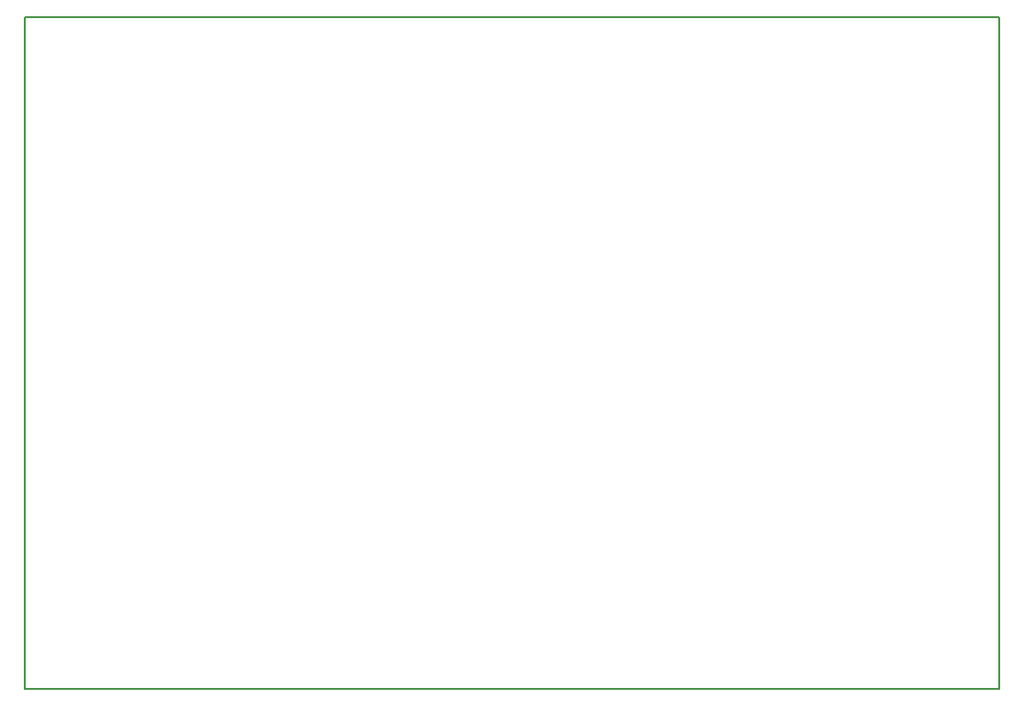
<source format=gbr>
G04 #@! TF.FileFunction,Profile,NP*
%FSLAX46Y46*%
G04 Gerber Fmt 4.6, Leading zero omitted, Abs format (unit mm)*
G04 Created by KiCad (PCBNEW 4.0.7) date 01/13/18 10:07:04*
%MOMM*%
%LPD*%
G01*
G04 APERTURE LIST*
%ADD10C,0.100000*%
%ADD11C,0.150000*%
G04 APERTURE END LIST*
D10*
D11*
X166624000Y-64262000D02*
X166624000Y-64516000D01*
X80137000Y-64262000D02*
X166624000Y-64262000D01*
X80137000Y-64643000D02*
X80137000Y-64262000D01*
X80137000Y-121158000D02*
X80137000Y-64643000D01*
X166624000Y-123952000D02*
X166624000Y-64389000D01*
X80137000Y-123952000D02*
X166624000Y-123952000D01*
X80137000Y-122047000D02*
X80137000Y-123825000D01*
X80137000Y-121158000D02*
X80137000Y-122047000D01*
M02*

</source>
